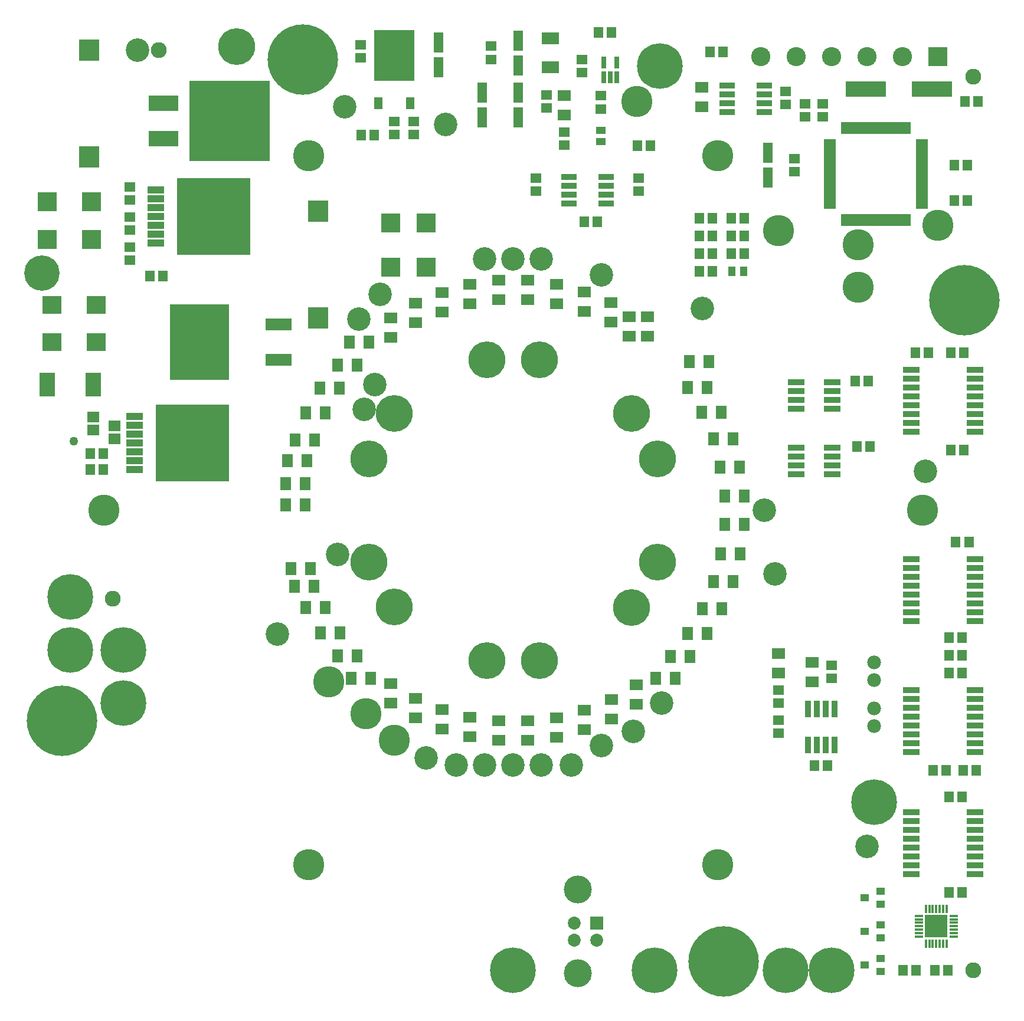
<source format=gts>
%FSLAX23Y23*%
%MOIN*%
G70*
G01*
G75*
G04 Layer_Color=8388736*
%ADD10C,0.150*%
%ADD11R,0.050X0.055*%
%ADD12R,0.410X0.425*%
%ADD13R,0.085X0.036*%
%ADD14R,0.100X0.100*%
%ADD15R,0.041X0.010*%
%ADD16R,0.010X0.041*%
%ADD17R,0.118X0.118*%
%ADD18R,0.022X0.057*%
%ADD19R,0.022X0.057*%
%ADD20R,0.087X0.024*%
%ADD21R,0.087X0.024*%
%ADD22R,0.063X0.012*%
%ADD23R,0.012X0.063*%
%ADD24R,0.217X0.079*%
%ADD25R,0.037X0.035*%
%ADD26R,0.037X0.035*%
%ADD27R,0.012X0.063*%
%ADD28R,0.050X0.110*%
%ADD29R,0.102X0.094*%
%ADD30R,0.217X0.280*%
%ADD31R,0.039X0.063*%
%ADD32R,0.089X0.024*%
%ADD33R,0.035X0.049*%
%ADD34R,0.065X0.055*%
%ADD35R,0.024X0.087*%
%ADD36R,0.024X0.087*%
%ADD37R,0.100X0.100*%
%ADD38R,0.059X0.051*%
%ADD39R,0.110X0.115*%
%ADD40R,0.079X0.126*%
%ADD41R,0.079X0.126*%
%ADD42R,0.140X0.060*%
%ADD43R,0.330X0.420*%
%ADD44R,0.081X0.024*%
%ADD45R,0.049X0.035*%
%ADD46R,0.055X0.050*%
%ADD47R,0.055X0.065*%
%ADD48C,0.050*%
%ADD49R,0.160X0.080*%
%ADD50R,0.450X0.450*%
%ADD51C,0.035*%
%ADD52C,0.020*%
%ADD53C,0.010*%
%ADD54C,0.100*%
%ADD55C,0.075*%
%ADD56C,0.050*%
%ADD57C,0.025*%
%ADD58C,0.040*%
%ADD59C,0.030*%
%ADD60C,0.015*%
%ADD61C,0.070*%
%ADD62C,0.100*%
%ADD63C,0.065*%
%ADD64R,0.065X0.065*%
%ADD65C,0.150*%
%ADD66C,0.169*%
%ADD67C,0.390*%
%ADD68C,0.200*%
%ADD69C,0.150*%
%ADD70C,0.250*%
%ADD71C,0.125*%
%ADD72C,0.024*%
%ADD73C,0.025*%
%ADD74C,0.040*%
%ADD75C,0.008*%
%ADD76C,0.085*%
%ADD77C,0.102*%
%ADD78C,0.080*%
%ADD79C,0.131*%
%ADD80C,0.209*%
%ADD81C,0.430*%
%ADD82C,0.165*%
%ADD83C,0.290*%
%ADD84C,0.052*%
%ADD85C,0.055*%
%ADD86C,0.064*%
G04:AMPARAMS|DCode=87|XSize=43mil|YSize=59mil|CornerRadius=0mil|HoleSize=0mil|Usage=FLASHONLY|Rotation=240.000|XOffset=0mil|YOffset=0mil|HoleType=Round|Shape=Rectangle|*
%AMROTATEDRECTD87*
4,1,4,-0.015,0.034,0.036,0.004,0.015,-0.034,-0.036,-0.004,-0.015,0.034,0.0*
%
%ADD87ROTATEDRECTD87*%

G04:AMPARAMS|DCode=88|XSize=43mil|YSize=59mil|CornerRadius=0mil|HoleSize=0mil|Usage=FLASHONLY|Rotation=255.000|XOffset=0mil|YOffset=0mil|HoleType=Round|Shape=Rectangle|*
%AMROTATEDRECTD88*
4,1,4,-0.023,0.029,0.034,0.013,0.023,-0.029,-0.034,-0.013,-0.023,0.029,0.0*
%
%ADD88ROTATEDRECTD88*%

G04:AMPARAMS|DCode=89|XSize=43mil|YSize=59mil|CornerRadius=0mil|HoleSize=0mil|Usage=FLASHONLY|Rotation=210.000|XOffset=0mil|YOffset=0mil|HoleType=Round|Shape=Rectangle|*
%AMROTATEDRECTD89*
4,1,4,0.004,0.036,0.034,-0.015,-0.004,-0.036,-0.034,0.015,0.004,0.036,0.0*
%
%ADD89ROTATEDRECTD89*%

G04:AMPARAMS|DCode=90|XSize=43mil|YSize=59mil|CornerRadius=0mil|HoleSize=0mil|Usage=FLASHONLY|Rotation=225.000|XOffset=0mil|YOffset=0mil|HoleType=Round|Shape=Rectangle|*
%AMROTATEDRECTD90*
4,1,4,-0.006,0.036,0.036,-0.006,0.006,-0.036,-0.036,0.006,-0.006,0.036,0.0*
%
%ADD90ROTATEDRECTD90*%

%ADD91R,0.043X0.059*%
G04:AMPARAMS|DCode=92|XSize=43mil|YSize=59mil|CornerRadius=0mil|HoleSize=0mil|Usage=FLASHONLY|Rotation=195.000|XOffset=0mil|YOffset=0mil|HoleType=Round|Shape=Rectangle|*
%AMROTATEDRECTD92*
4,1,4,0.013,0.034,0.029,-0.023,-0.013,-0.034,-0.029,0.023,0.013,0.034,0.0*
%
%ADD92ROTATEDRECTD92*%

G04:AMPARAMS|DCode=93|XSize=43mil|YSize=59mil|CornerRadius=0mil|HoleSize=0mil|Usage=FLASHONLY|Rotation=150.000|XOffset=0mil|YOffset=0mil|HoleType=Round|Shape=Rectangle|*
%AMROTATEDRECTD93*
4,1,4,0.034,0.015,0.004,-0.036,-0.034,-0.015,-0.004,0.036,0.034,0.015,0.0*
%
%ADD93ROTATEDRECTD93*%

G04:AMPARAMS|DCode=94|XSize=43mil|YSize=59mil|CornerRadius=0mil|HoleSize=0mil|Usage=FLASHONLY|Rotation=165.000|XOffset=0mil|YOffset=0mil|HoleType=Round|Shape=Rectangle|*
%AMROTATEDRECTD94*
4,1,4,0.029,0.023,0.013,-0.034,-0.029,-0.023,-0.013,0.034,0.029,0.023,0.0*
%
%ADD94ROTATEDRECTD94*%

G04:AMPARAMS|DCode=95|XSize=43mil|YSize=59mil|CornerRadius=0mil|HoleSize=0mil|Usage=FLASHONLY|Rotation=120.000|XOffset=0mil|YOffset=0mil|HoleType=Round|Shape=Rectangle|*
%AMROTATEDRECTD95*
4,1,4,0.036,-0.004,-0.015,-0.034,-0.036,0.004,0.015,0.034,0.036,-0.004,0.0*
%
%ADD95ROTATEDRECTD95*%

G04:AMPARAMS|DCode=96|XSize=43mil|YSize=59mil|CornerRadius=0mil|HoleSize=0mil|Usage=FLASHONLY|Rotation=135.000|XOffset=0mil|YOffset=0mil|HoleType=Round|Shape=Rectangle|*
%AMROTATEDRECTD96*
4,1,4,0.036,0.006,-0.006,-0.036,-0.036,-0.006,0.006,0.036,0.036,0.006,0.0*
%
%ADD96ROTATEDRECTD96*%

%ADD97R,0.059X0.043*%
G04:AMPARAMS|DCode=98|XSize=43mil|YSize=59mil|CornerRadius=0mil|HoleSize=0mil|Usage=FLASHONLY|Rotation=105.000|XOffset=0mil|YOffset=0mil|HoleType=Round|Shape=Rectangle|*
%AMROTATEDRECTD98*
4,1,4,0.034,-0.013,-0.023,-0.029,-0.034,0.013,0.023,0.029,0.034,-0.013,0.0*
%
%ADD98ROTATEDRECTD98*%

G04:AMPARAMS|DCode=99|XSize=43mil|YSize=59mil|CornerRadius=0mil|HoleSize=0mil|Usage=FLASHONLY|Rotation=262.500|XOffset=0mil|YOffset=0mil|HoleType=Round|Shape=Rectangle|*
%AMROTATEDRECTD99*
4,1,4,-0.026,0.025,0.032,0.018,0.026,-0.025,-0.032,-0.018,-0.026,0.025,0.0*
%
%ADD99ROTATEDRECTD99*%

G04:AMPARAMS|DCode=100|XSize=43mil|YSize=59mil|CornerRadius=0mil|HoleSize=0mil|Usage=FLASHONLY|Rotation=247.500|XOffset=0mil|YOffset=0mil|HoleType=Round|Shape=Rectangle|*
%AMROTATEDRECTD100*
4,1,4,-0.019,0.031,0.036,0.009,0.019,-0.031,-0.036,-0.009,-0.019,0.031,0.0*
%
%ADD100ROTATEDRECTD100*%

G04:AMPARAMS|DCode=101|XSize=43mil|YSize=59mil|CornerRadius=0mil|HoleSize=0mil|Usage=FLASHONLY|Rotation=232.500|XOffset=0mil|YOffset=0mil|HoleType=Round|Shape=Rectangle|*
%AMROTATEDRECTD101*
4,1,4,-0.010,0.035,0.037,-0.001,0.010,-0.035,-0.037,0.001,-0.010,0.035,0.0*
%
%ADD101ROTATEDRECTD101*%

G04:AMPARAMS|DCode=102|XSize=43mil|YSize=59mil|CornerRadius=0mil|HoleSize=0mil|Usage=FLASHONLY|Rotation=217.500|XOffset=0mil|YOffset=0mil|HoleType=Round|Shape=Rectangle|*
%AMROTATEDRECTD102*
4,1,4,-0.001,0.037,0.035,-0.010,0.001,-0.037,-0.035,0.010,-0.001,0.037,0.0*
%
%ADD102ROTATEDRECTD102*%

G04:AMPARAMS|DCode=103|XSize=43mil|YSize=59mil|CornerRadius=0mil|HoleSize=0mil|Usage=FLASHONLY|Rotation=202.500|XOffset=0mil|YOffset=0mil|HoleType=Round|Shape=Rectangle|*
%AMROTATEDRECTD103*
4,1,4,0.009,0.036,0.031,-0.019,-0.009,-0.036,-0.031,0.019,0.009,0.036,0.0*
%
%ADD103ROTATEDRECTD103*%

G04:AMPARAMS|DCode=104|XSize=43mil|YSize=59mil|CornerRadius=0mil|HoleSize=0mil|Usage=FLASHONLY|Rotation=187.500|XOffset=0mil|YOffset=0mil|HoleType=Round|Shape=Rectangle|*
%AMROTATEDRECTD104*
4,1,4,0.018,0.032,0.025,-0.026,-0.018,-0.032,-0.025,0.026,0.018,0.032,0.0*
%
%ADD104ROTATEDRECTD104*%

G04:AMPARAMS|DCode=105|XSize=43mil|YSize=59mil|CornerRadius=0mil|HoleSize=0mil|Usage=FLASHONLY|Rotation=172.500|XOffset=0mil|YOffset=0mil|HoleType=Round|Shape=Rectangle|*
%AMROTATEDRECTD105*
4,1,4,0.025,0.026,0.018,-0.032,-0.025,-0.026,-0.018,0.032,0.025,0.026,0.0*
%
%ADD105ROTATEDRECTD105*%

G04:AMPARAMS|DCode=106|XSize=43mil|YSize=59mil|CornerRadius=0mil|HoleSize=0mil|Usage=FLASHONLY|Rotation=157.500|XOffset=0mil|YOffset=0mil|HoleType=Round|Shape=Rectangle|*
%AMROTATEDRECTD106*
4,1,4,0.031,0.019,0.009,-0.036,-0.031,-0.019,-0.009,0.036,0.031,0.019,0.0*
%
%ADD106ROTATEDRECTD106*%

G04:AMPARAMS|DCode=107|XSize=43mil|YSize=59mil|CornerRadius=0mil|HoleSize=0mil|Usage=FLASHONLY|Rotation=142.500|XOffset=0mil|YOffset=0mil|HoleType=Round|Shape=Rectangle|*
%AMROTATEDRECTD107*
4,1,4,0.035,0.010,-0.001,-0.037,-0.035,-0.010,0.001,0.037,0.035,0.010,0.0*
%
%ADD107ROTATEDRECTD107*%

G04:AMPARAMS|DCode=108|XSize=43mil|YSize=59mil|CornerRadius=0mil|HoleSize=0mil|Usage=FLASHONLY|Rotation=127.500|XOffset=0mil|YOffset=0mil|HoleType=Round|Shape=Rectangle|*
%AMROTATEDRECTD108*
4,1,4,0.037,0.001,-0.010,-0.035,-0.037,-0.001,0.010,0.035,0.037,0.001,0.0*
%
%ADD108ROTATEDRECTD108*%

G04:AMPARAMS|DCode=109|XSize=43mil|YSize=59mil|CornerRadius=0mil|HoleSize=0mil|Usage=FLASHONLY|Rotation=112.500|XOffset=0mil|YOffset=0mil|HoleType=Round|Shape=Rectangle|*
%AMROTATEDRECTD109*
4,1,4,0.036,-0.009,-0.019,-0.031,-0.036,0.009,0.019,0.031,0.036,-0.009,0.0*
%
%ADD109ROTATEDRECTD109*%

G04:AMPARAMS|DCode=110|XSize=43mil|YSize=59mil|CornerRadius=0mil|HoleSize=0mil|Usage=FLASHONLY|Rotation=97.500|XOffset=0mil|YOffset=0mil|HoleType=Round|Shape=Rectangle|*
%AMROTATEDRECTD110*
4,1,4,0.032,-0.018,-0.026,-0.025,-0.032,0.018,0.026,0.025,0.032,-0.018,0.0*
%
%ADD110ROTATEDRECTD110*%

%ADD111C,0.010*%
%ADD112C,0.004*%
%ADD113C,0.008*%
%ADD114C,0.005*%
%ADD115C,0.002*%
%ADD116C,0.002*%
%ADD117C,0.008*%
%ADD118C,0.006*%
%ADD119R,0.058X0.063*%
%ADD120R,0.418X0.433*%
%ADD121R,0.093X0.044*%
%ADD122R,0.108X0.108*%
%ADD123R,0.049X0.018*%
%ADD124R,0.018X0.049*%
%ADD125R,0.126X0.126*%
%ADD126R,0.030X0.065*%
%ADD127R,0.030X0.065*%
%ADD128R,0.095X0.032*%
%ADD129R,0.095X0.032*%
%ADD130R,0.071X0.020*%
%ADD131R,0.020X0.071*%
%ADD132R,0.225X0.087*%
%ADD133R,0.045X0.043*%
%ADD134R,0.045X0.043*%
%ADD135R,0.020X0.071*%
%ADD136R,0.058X0.118*%
%ADD137R,0.110X0.102*%
%ADD138R,0.225X0.288*%
%ADD139R,0.047X0.071*%
%ADD140R,0.097X0.032*%
%ADD141R,0.043X0.057*%
%ADD142R,0.073X0.063*%
%ADD143R,0.032X0.095*%
%ADD144R,0.032X0.095*%
%ADD145R,0.108X0.108*%
%ADD146R,0.067X0.059*%
%ADD147R,0.118X0.123*%
%ADD148R,0.087X0.134*%
%ADD149R,0.087X0.134*%
%ADD150R,0.148X0.068*%
%ADD151R,0.338X0.428*%
%ADD152R,0.089X0.032*%
%ADD153R,0.057X0.043*%
%ADD154R,0.063X0.058*%
%ADD155R,0.063X0.073*%
%ADD156C,0.090*%
%ADD157R,0.168X0.088*%
%ADD158R,0.458X0.458*%
%ADD159C,0.078*%
%ADD160C,0.108*%
%ADD161C,0.073*%
%ADD162R,0.073X0.073*%
%ADD163C,0.158*%
%ADD164C,0.177*%
%ADD165C,0.398*%
%ADD166C,0.208*%
%ADD167C,0.258*%
%ADD168C,0.133*%
D48*
X-2480Y390D02*
D03*
D68*
X-2660Y1340D02*
D03*
D119*
X777Y2060D02*
D03*
X703D02*
D03*
X2537Y-820D02*
D03*
X2463D02*
D03*
X1933Y730D02*
D03*
X1943Y360D02*
D03*
X1113Y2590D02*
D03*
X1187D02*
D03*
X2567Y1750D02*
D03*
X2493D02*
D03*
X2447Y-1470D02*
D03*
X2373D02*
D03*
X2537Y-2160D02*
D03*
X2463D02*
D03*
X2537Y-720D02*
D03*
X2463D02*
D03*
X-1978Y1325D02*
D03*
X-2052D02*
D03*
X2547Y340D02*
D03*
X2473D02*
D03*
X2277Y-2600D02*
D03*
X2203D02*
D03*
X2017Y360D02*
D03*
X-857Y2120D02*
D03*
X-783D02*
D03*
X2463Y-920D02*
D03*
X2537D02*
D03*
X2500Y-180D02*
D03*
X2574D02*
D03*
X2473Y890D02*
D03*
X2547D02*
D03*
X2617Y-1470D02*
D03*
X2543D02*
D03*
X2273Y890D02*
D03*
X2347D02*
D03*
X2383Y-2600D02*
D03*
X2457D02*
D03*
X2007Y730D02*
D03*
X1127Y1650D02*
D03*
X1777Y-1443D02*
D03*
X1233Y1550D02*
D03*
X1307D02*
D03*
X1053Y1650D02*
D03*
X1127Y1550D02*
D03*
X1053D02*
D03*
Y1450D02*
D03*
Y1350D02*
D03*
X1703Y-1443D02*
D03*
X1233Y1450D02*
D03*
X1307D02*
D03*
X1127D02*
D03*
Y1350D02*
D03*
X-2313Y230D02*
D03*
X-2387D02*
D03*
X2463Y-1620D02*
D03*
X2537D02*
D03*
X2553Y2310D02*
D03*
X2627D02*
D03*
X2493Y1950D02*
D03*
X2567D02*
D03*
X1307Y1650D02*
D03*
X1233D02*
D03*
X-2313Y320D02*
D03*
X-2387D02*
D03*
X557Y2700D02*
D03*
X483D02*
D03*
X403Y1630D02*
D03*
X477D02*
D03*
D120*
X-1810Y380D02*
D03*
X-1690Y1660D02*
D03*
D121*
X-2138Y480D02*
D03*
Y530D02*
D03*
Y430D02*
D03*
Y380D02*
D03*
Y330D02*
D03*
Y280D02*
D03*
Y230D02*
D03*
X-2018Y1810D02*
D03*
Y1760D02*
D03*
Y1710D02*
D03*
Y1660D02*
D03*
Y1610D02*
D03*
Y1560D02*
D03*
Y1510D02*
D03*
D122*
X-2630Y1745D02*
D03*
X-2380D02*
D03*
Y1530D02*
D03*
X-2630D02*
D03*
X2400Y2565D02*
D03*
D123*
X2292Y-2291D02*
D03*
Y-2311D02*
D03*
Y-2330D02*
D03*
Y-2350D02*
D03*
Y-2370D02*
D03*
Y-2389D02*
D03*
Y-2409D02*
D03*
X2488D02*
D03*
Y-2389D02*
D03*
Y-2370D02*
D03*
Y-2350D02*
D03*
Y-2330D02*
D03*
Y-2311D02*
D03*
Y-2291D02*
D03*
D124*
X2331Y-2448D02*
D03*
X2351D02*
D03*
X2370D02*
D03*
X2390D02*
D03*
X2410D02*
D03*
X2429D02*
D03*
X2449D02*
D03*
Y-2252D02*
D03*
X2429D02*
D03*
X2410D02*
D03*
X2390D02*
D03*
X2370D02*
D03*
X2351D02*
D03*
X2331D02*
D03*
D125*
X2390Y-2350D02*
D03*
D126*
X513Y2448D02*
D03*
D127*
X550Y2448D02*
D03*
X587D02*
D03*
Y2532D02*
D03*
X513D02*
D03*
D128*
X1802Y725D02*
D03*
X1598Y575D02*
D03*
Y625D02*
D03*
Y675D02*
D03*
Y725D02*
D03*
X1802Y625D02*
D03*
Y675D02*
D03*
Y255D02*
D03*
Y305D02*
D03*
X1598Y355D02*
D03*
Y305D02*
D03*
Y255D02*
D03*
Y205D02*
D03*
X1802Y355D02*
D03*
D129*
Y575D02*
D03*
Y205D02*
D03*
D130*
X1790Y1831D02*
D03*
Y1930D02*
D03*
X2310Y1989D02*
D03*
Y1752D02*
D03*
Y1772D02*
D03*
Y1792D02*
D03*
Y1811D02*
D03*
Y1910D02*
D03*
Y1930D02*
D03*
Y1969D02*
D03*
Y2008D02*
D03*
Y2067D02*
D03*
Y2087D02*
D03*
X1790Y1713D02*
D03*
Y1733D02*
D03*
Y1752D02*
D03*
Y1772D02*
D03*
Y1792D02*
D03*
Y1811D02*
D03*
Y1851D02*
D03*
Y1870D02*
D03*
Y1890D02*
D03*
Y1910D02*
D03*
Y2087D02*
D03*
Y2067D02*
D03*
Y2048D02*
D03*
Y1969D02*
D03*
Y1949D02*
D03*
Y2028D02*
D03*
X2310D02*
D03*
Y2048D02*
D03*
X1790Y1989D02*
D03*
Y2008D02*
D03*
X2310Y1713D02*
D03*
Y1733D02*
D03*
Y1831D02*
D03*
Y1851D02*
D03*
Y1870D02*
D03*
Y1890D02*
D03*
Y1949D02*
D03*
D131*
X2217Y1640D02*
D03*
X2237D02*
D03*
X2020D02*
D03*
X2198D02*
D03*
X1863D02*
D03*
X1922D02*
D03*
X1942D02*
D03*
X2060D02*
D03*
X2080D02*
D03*
X2099D02*
D03*
X2119D02*
D03*
X1902Y2160D02*
D03*
X2001D02*
D03*
X2020D02*
D03*
X2040D02*
D03*
X2060D02*
D03*
X2080D02*
D03*
X2099D02*
D03*
X2139D02*
D03*
X2158D02*
D03*
X2178D02*
D03*
X2198D02*
D03*
X1981D02*
D03*
X1961D02*
D03*
X1922D02*
D03*
X1902Y1640D02*
D03*
X1942Y2160D02*
D03*
X1883Y1640D02*
D03*
X1863Y2160D02*
D03*
X1883D02*
D03*
X2178Y1640D02*
D03*
X2158D02*
D03*
X2139D02*
D03*
X2217Y2160D02*
D03*
X2237D02*
D03*
X2119D02*
D03*
X1961Y1640D02*
D03*
X1981D02*
D03*
X2001D02*
D03*
X2040D02*
D03*
X249Y2667D02*
D03*
X230Y2667D02*
D03*
X210Y2667D02*
D03*
X171D02*
D03*
X230Y2505D02*
D03*
X210D02*
D03*
X190D02*
D03*
X171D02*
D03*
X190Y2667D02*
D03*
D132*
X2367Y2380D02*
D03*
X1993D02*
D03*
D133*
X2076Y-2533D02*
D03*
Y-2343D02*
D03*
Y-2153D02*
D03*
D134*
Y-2607D02*
D03*
X1984Y-2570D02*
D03*
X2076Y-2417D02*
D03*
X1984Y-2380D02*
D03*
Y-2190D02*
D03*
X2076Y-2227D02*
D03*
D135*
X249Y2505D02*
D03*
D136*
X-420Y2645D02*
D03*
Y2505D02*
D03*
X30Y2221D02*
D03*
Y2361D02*
D03*
X-175Y2221D02*
D03*
Y2361D02*
D03*
X29Y2516D02*
D03*
Y2656D02*
D03*
X1440Y2020D02*
D03*
Y1880D02*
D03*
D137*
X-2354Y1160D02*
D03*
X-2606D02*
D03*
Y950D02*
D03*
X-2354D02*
D03*
D138*
X-670Y2570D02*
D03*
D139*
X-760Y2300D02*
D03*
X-580D02*
D03*
D140*
X2610Y-625D02*
D03*
Y-575D02*
D03*
Y-525D02*
D03*
Y-475D02*
D03*
Y-425D02*
D03*
Y-375D02*
D03*
Y-325D02*
D03*
Y-275D02*
D03*
X2250Y-625D02*
D03*
Y-575D02*
D03*
Y-525D02*
D03*
Y-475D02*
D03*
Y-425D02*
D03*
Y-375D02*
D03*
Y-325D02*
D03*
Y-275D02*
D03*
Y-1015D02*
D03*
Y-1065D02*
D03*
Y-1115D02*
D03*
Y-1165D02*
D03*
Y-1215D02*
D03*
Y-1265D02*
D03*
Y-1315D02*
D03*
Y-1365D02*
D03*
X2610Y-1015D02*
D03*
Y-1065D02*
D03*
Y-1115D02*
D03*
Y-1165D02*
D03*
Y-1215D02*
D03*
Y-1265D02*
D03*
Y-1315D02*
D03*
Y-1365D02*
D03*
X2250Y-1705D02*
D03*
Y-1755D02*
D03*
Y-1805D02*
D03*
Y-1855D02*
D03*
Y-1905D02*
D03*
Y-1955D02*
D03*
Y-2005D02*
D03*
Y-2055D02*
D03*
X2610Y-1705D02*
D03*
Y-1755D02*
D03*
Y-1805D02*
D03*
Y-1855D02*
D03*
Y-1905D02*
D03*
Y-1955D02*
D03*
Y-2005D02*
D03*
Y-2055D02*
D03*
Y445D02*
D03*
Y495D02*
D03*
Y545D02*
D03*
Y595D02*
D03*
Y645D02*
D03*
Y695D02*
D03*
Y745D02*
D03*
Y795D02*
D03*
X2250Y445D02*
D03*
Y495D02*
D03*
Y545D02*
D03*
Y595D02*
D03*
Y645D02*
D03*
Y695D02*
D03*
Y745D02*
D03*
Y795D02*
D03*
D141*
X1303Y1350D02*
D03*
X1237D02*
D03*
D142*
X1690Y-968D02*
D03*
Y-858D02*
D03*
X554Y-1068D02*
D03*
X-82Y-1190D02*
D03*
X-692Y-980D02*
D03*
X-550Y1060D02*
D03*
X82Y1190D02*
D03*
X655Y985D02*
D03*
X244Y-1171D02*
D03*
X-401Y-1126D02*
D03*
X-243Y1167D02*
D03*
X401Y1126D02*
D03*
X554Y-1178D02*
D03*
X-82Y-1300D02*
D03*
X244Y-1281D02*
D03*
X-692Y-1090D02*
D03*
X-401Y-1236D02*
D03*
X-550Y1170D02*
D03*
X82Y1300D02*
D03*
X-243Y1277D02*
D03*
X655Y1095D02*
D03*
X401Y1236D02*
D03*
X760Y1095D02*
D03*
X553Y1176D02*
D03*
X244Y1279D02*
D03*
X-80Y1300D02*
D03*
X-400Y1232D02*
D03*
X-690Y1088D02*
D03*
X-551Y-1173D02*
D03*
X-243Y-1278D02*
D03*
X82Y-1299D02*
D03*
X402Y-1238D02*
D03*
X695Y-1095D02*
D03*
X760Y985D02*
D03*
X553Y1066D02*
D03*
X244Y1169D02*
D03*
X-80Y1190D02*
D03*
X-400Y1122D02*
D03*
X-690Y978D02*
D03*
X-551Y-1063D02*
D03*
X-243Y-1168D02*
D03*
X82Y-1189D02*
D03*
X402Y-1128D02*
D03*
X695Y-985D02*
D03*
X1500Y-918D02*
D03*
Y-808D02*
D03*
X1065Y2390D02*
D03*
Y2280D02*
D03*
X290Y2236D02*
D03*
Y2346D02*
D03*
D143*
X1715Y-1325D02*
D03*
X1815D02*
D03*
X1765D02*
D03*
X1665D02*
D03*
Y-1121D02*
D03*
X1715D02*
D03*
X1765D02*
D03*
D144*
X1815D02*
D03*
D145*
X-490Y1375D02*
D03*
Y1625D02*
D03*
X-690D02*
D03*
Y1375D02*
D03*
D146*
X-2250Y477D02*
D03*
Y403D02*
D03*
X-2370Y527D02*
D03*
Y453D02*
D03*
D147*
X-1100Y1692D02*
D03*
Y1087D02*
D03*
X-2395Y1997D02*
D03*
Y2602D02*
D03*
D148*
X-2630Y710D02*
D03*
D149*
X-2370D02*
D03*
D150*
X-1325Y850D02*
D03*
Y1050D02*
D03*
D151*
X-1770Y950D02*
D03*
D152*
X315Y1735D02*
D03*
Y1785D02*
D03*
Y1835D02*
D03*
Y1885D02*
D03*
X525Y1735D02*
D03*
Y1785D02*
D03*
Y1835D02*
D03*
Y1885D02*
D03*
X1210Y2300D02*
D03*
Y2350D02*
D03*
X1420Y2300D02*
D03*
X1210Y2250D02*
D03*
X1420Y2400D02*
D03*
Y2350D02*
D03*
Y2250D02*
D03*
X1210Y2400D02*
D03*
D153*
X494Y2083D02*
D03*
Y2149D02*
D03*
D154*
X130Y1803D02*
D03*
X710D02*
D03*
X130Y1877D02*
D03*
X1650Y2223D02*
D03*
Y2297D02*
D03*
X710Y1877D02*
D03*
X-2165Y1413D02*
D03*
X-560Y2123D02*
D03*
Y2197D02*
D03*
X190Y2348D02*
D03*
Y2274D02*
D03*
X-860Y2558D02*
D03*
Y2632D02*
D03*
X-2165Y1753D02*
D03*
Y1827D02*
D03*
X-126Y2623D02*
D03*
Y2549D02*
D03*
X-670Y2123D02*
D03*
Y2197D02*
D03*
X494Y2269D02*
D03*
Y2343D02*
D03*
X290Y2138D02*
D03*
Y2064D02*
D03*
X-2165Y1487D02*
D03*
Y1583D02*
D03*
Y1657D02*
D03*
X1590Y1913D02*
D03*
Y1987D02*
D03*
X1540Y2367D02*
D03*
X1500Y-1016D02*
D03*
Y-1090D02*
D03*
X1800Y-950D02*
D03*
Y-876D02*
D03*
X1500Y-1186D02*
D03*
Y-1260D02*
D03*
X1540Y2293D02*
D03*
X1750Y2297D02*
D03*
Y2223D02*
D03*
X390Y2547D02*
D03*
Y2473D02*
D03*
D155*
X986Y-696D02*
D03*
X-1060Y-550D02*
D03*
X-1175Y150D02*
D03*
X-980Y691D02*
D03*
X1067Y554D02*
D03*
X1195Y-80D02*
D03*
X1131Y-402D02*
D03*
X805Y-950D02*
D03*
X-881Y-821D02*
D03*
X-1145Y-330D02*
D03*
X-1121Y399D02*
D03*
X-815Y950D02*
D03*
X995Y840D02*
D03*
X1170Y245D02*
D03*
X1096Y-696D02*
D03*
X1241Y-402D02*
D03*
X915Y-950D02*
D03*
X-1170Y-550D02*
D03*
X-991Y-821D02*
D03*
X-1285Y150D02*
D03*
X-1255Y-330D02*
D03*
X-1090Y691D02*
D03*
X-1231Y399D02*
D03*
X-925Y950D02*
D03*
X1177Y554D02*
D03*
X1105Y840D02*
D03*
X1305Y-80D02*
D03*
X1280Y245D02*
D03*
X1242Y403D02*
D03*
X1096Y695D02*
D03*
X-991Y821D02*
D03*
X-1171Y550D02*
D03*
X-1275Y280D02*
D03*
X-1285Y30D02*
D03*
X-1089Y-691D02*
D03*
X-915Y-950D02*
D03*
X998Y-827D02*
D03*
X1179Y-554D02*
D03*
X1281Y-244D02*
D03*
X1132Y403D02*
D03*
X986Y695D02*
D03*
X-881Y821D02*
D03*
X-1061Y550D02*
D03*
X-1165Y280D02*
D03*
X-1175Y30D02*
D03*
X-1124Y-430D02*
D03*
X-979Y-691D02*
D03*
X-805Y-950D02*
D03*
X888Y-827D02*
D03*
X1069Y-554D02*
D03*
X1171Y-244D02*
D03*
X-1234Y-430D02*
D03*
X1195Y82D02*
D03*
X1305D02*
D03*
D156*
X2600Y-2600D02*
D03*
X-2000Y2600D02*
D03*
X2600Y2450D02*
D03*
X-2260Y-500D02*
D03*
D157*
X-1975Y2100D02*
D03*
Y2300D02*
D03*
D158*
X-1600Y2200D02*
D03*
D159*
X2040Y-860D02*
D03*
Y-960D02*
D03*
Y-1220D02*
D03*
Y-1120D02*
D03*
D160*
X1400Y2565D02*
D03*
X1600D02*
D03*
X1800D02*
D03*
X2000D02*
D03*
X2200D02*
D03*
D161*
X347Y-2331D02*
D03*
Y-2429D02*
D03*
X473D02*
D03*
D162*
Y-2331D02*
D03*
D163*
X367Y-2143D02*
D03*
Y-2617D02*
D03*
D164*
X-1156Y2003D02*
D03*
X700Y2310D02*
D03*
X1950Y1500D02*
D03*
X-1040Y-970D02*
D03*
X-670Y-1300D02*
D03*
X-830Y-1150D02*
D03*
X1500Y1580D02*
D03*
X1950Y1260D02*
D03*
X2400Y1610D02*
D03*
X-2312Y0D02*
D03*
X-1156Y-2003D02*
D03*
X1156D02*
D03*
X2312Y0D02*
D03*
X1156Y2003D02*
D03*
D165*
X-1189Y2549D02*
D03*
X-2549Y-1189D02*
D03*
X1189Y-2549D02*
D03*
X2549Y1189D02*
D03*
D166*
X670Y547D02*
D03*
X-148Y-850D02*
D03*
X-815Y-291D02*
D03*
X-670Y547D02*
D03*
X-148Y850D02*
D03*
X148Y-850D02*
D03*
X-670Y-547D02*
D03*
X-815Y291D02*
D03*
X148Y850D02*
D03*
X815Y291D02*
D03*
Y-291D02*
D03*
X670Y-548D02*
D03*
X-1560Y2620D02*
D03*
D167*
X0Y-2600D02*
D03*
X800D02*
D03*
X1540D02*
D03*
X1800D02*
D03*
X2040Y-1650D02*
D03*
X830Y2510D02*
D03*
X-2200Y-1090D02*
D03*
Y-790D02*
D03*
X-2500D02*
D03*
Y-490D02*
D03*
D168*
X2000Y-1900D02*
D03*
X-380Y2180D02*
D03*
X-950Y2280D02*
D03*
X-870Y1080D02*
D03*
X1420Y0D02*
D03*
X840Y-1090D02*
D03*
X-490Y-1400D02*
D03*
X-320Y-1440D02*
D03*
X-160D02*
D03*
X0D02*
D03*
X160D02*
D03*
X330D02*
D03*
X500Y-1330D02*
D03*
X680Y-1250D02*
D03*
X-1330Y-700D02*
D03*
X-840Y570D02*
D03*
X-780Y710D02*
D03*
X2330Y220D02*
D03*
X1480Y-360D02*
D03*
X1070Y1140D02*
D03*
X500Y1330D02*
D03*
X-990Y-250D02*
D03*
X-750Y1220D02*
D03*
X-160Y1420D02*
D03*
X160D02*
D03*
X0D02*
D03*
X-2120Y2600D02*
D03*
M02*

</source>
